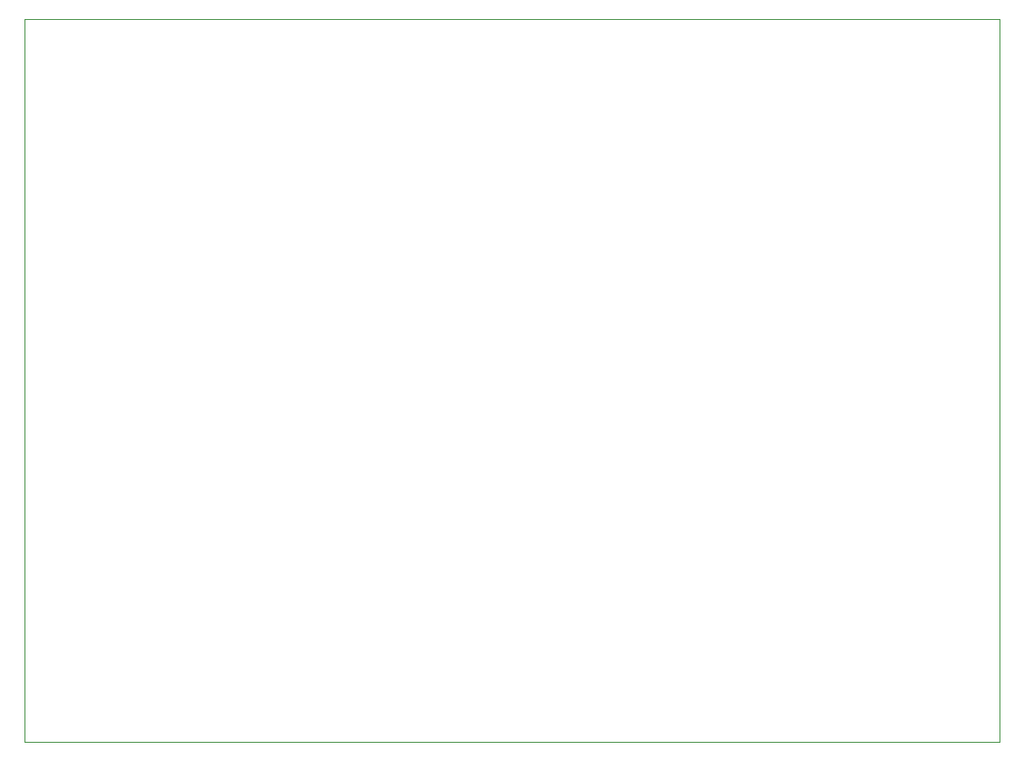
<source format=gbr>
%TF.GenerationSoftware,KiCad,Pcbnew,9.0.1*%
%TF.CreationDate,2025-06-18T08:05:52+01:00*%
%TF.ProjectId,station_pcb,73746174-696f-46e5-9f70-63622e6b6963,rev?*%
%TF.SameCoordinates,Original*%
%TF.FileFunction,Profile,NP*%
%FSLAX46Y46*%
G04 Gerber Fmt 4.6, Leading zero omitted, Abs format (unit mm)*
G04 Created by KiCad (PCBNEW 9.0.1) date 2025-06-18 08:05:52*
%MOMM*%
%LPD*%
G01*
G04 APERTURE LIST*
%TA.AperFunction,Profile*%
%ADD10C,0.050000*%
%TD*%
G04 APERTURE END LIST*
D10*
X100769182Y-45000000D02*
X191769182Y-45000000D01*
X191769182Y-112500000D01*
X100769182Y-112500000D01*
X100769182Y-45000000D01*
M02*

</source>
